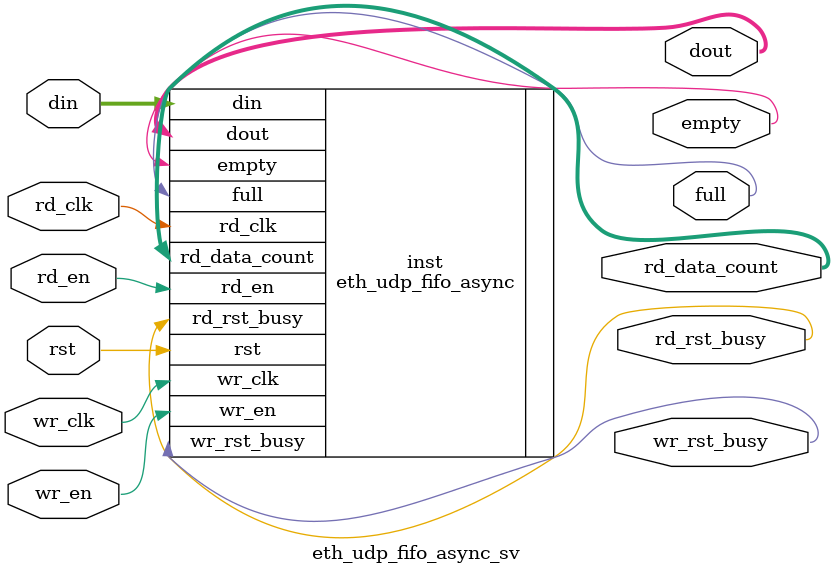
<source format=sv>


`timescale 1ps / 1ps

`include "vivado_interfaces.svh"

module eth_udp_fifo_async_sv (
  (* X_INTERFACE_IGNORE = "true" *)
  input wire rst,
  (* X_INTERFACE_IGNORE = "true" *)
  input wire wr_clk,
  (* X_INTERFACE_IGNORE = "true" *)
  input wire rd_clk,
  (* X_INTERFACE_IGNORE = "true" *)
  input wire [3:0] din,
  (* X_INTERFACE_IGNORE = "true" *)
  input wire wr_en,
  (* X_INTERFACE_IGNORE = "true" *)
  input wire rd_en,
  (* X_INTERFACE_IGNORE = "true" *)
  output wire [3:0] dout,
  (* X_INTERFACE_IGNORE = "true" *)
  output wire full,
  (* X_INTERFACE_IGNORE = "true" *)
  output wire empty,
  (* X_INTERFACE_IGNORE = "true" *)
  output wire [11:0] rd_data_count,
  (* X_INTERFACE_IGNORE = "true" *)
  output wire wr_rst_busy,
  (* X_INTERFACE_IGNORE = "true" *)
  output wire rd_rst_busy
);

  eth_udp_fifo_async inst (
    .rst(rst),
    .wr_clk(wr_clk),
    .rd_clk(rd_clk),
    .din(din),
    .wr_en(wr_en),
    .rd_en(rd_en),
    .dout(dout),
    .full(full),
    .empty(empty),
    .rd_data_count(rd_data_count),
    .wr_rst_busy(wr_rst_busy),
    .rd_rst_busy(rd_rst_busy)
  );

endmodule

</source>
